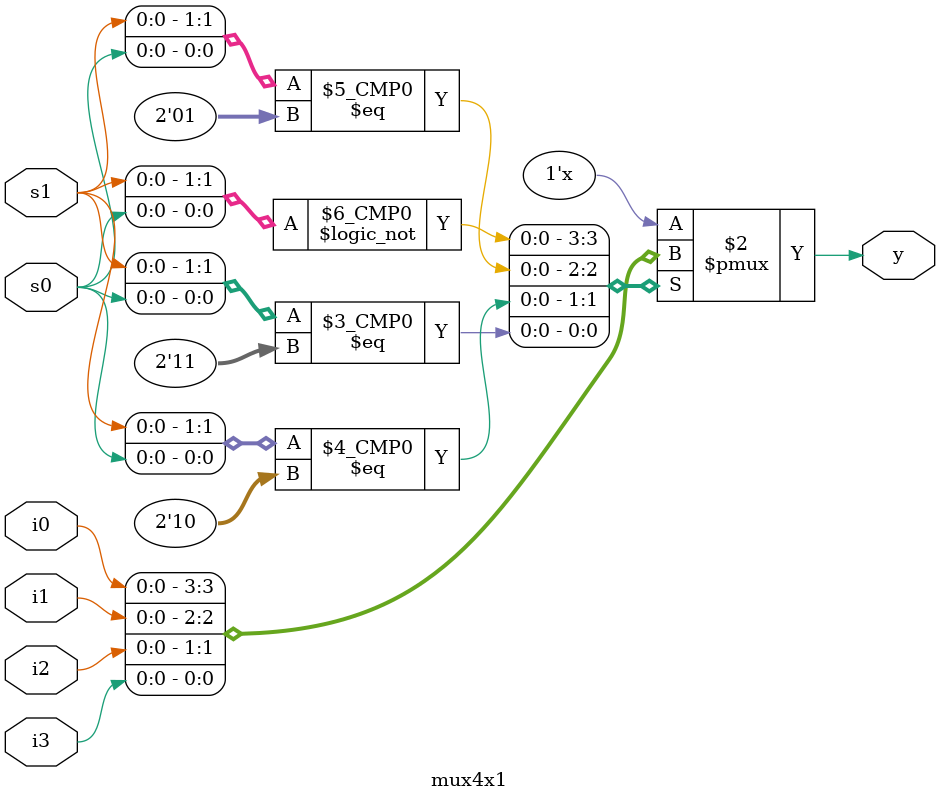
<source format=v>
module mux4x1(
input i0,i1,i2,i3,s1,s0,
output reg y
);
always @(*)
begin
case({s1,s0})
2'b00:y=i0;
2'b01:y=i1;
2'b10:y=i2;
2'b11:y=i3;
default :y=1'b0;
endcase
end
endmodule


</source>
